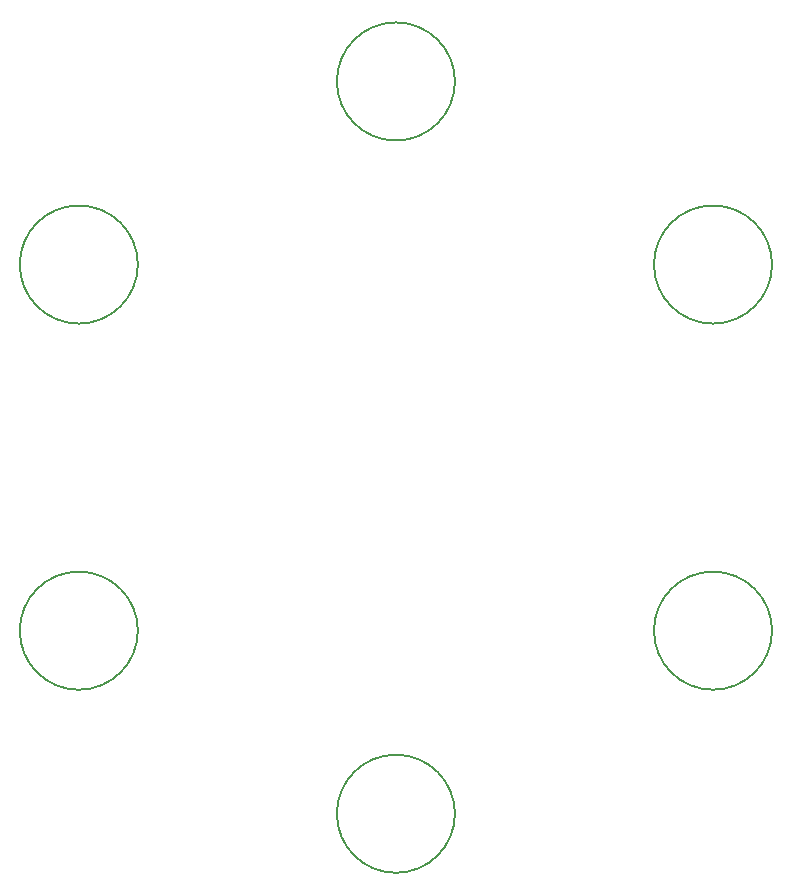
<source format=gbr>
%TF.GenerationSoftware,KiCad,Pcbnew,7.0.2*%
%TF.CreationDate,2023-11-03T12:40:05-06:00*%
%TF.ProjectId,KF40_DB25_Pinheader,4b463430-5f44-4423-9235-5f50696e6865,rev?*%
%TF.SameCoordinates,Original*%
%TF.FileFunction,Other,Comment*%
%FSLAX46Y46*%
G04 Gerber Fmt 4.6, Leading zero omitted, Abs format (unit mm)*
G04 Created by KiCad (PCBNEW 7.0.2) date 2023-11-03 12:40:05*
%MOMM*%
%LPD*%
G01*
G04 APERTURE LIST*
%ADD10C,0.150000*%
G04 APERTURE END LIST*
D10*
%TO.C,H2*%
X31846788Y-15500000D02*
G75*
G03*
X31846788Y-15500000I-5000000J0D01*
G01*
%TO.C,H6*%
X-21846788Y15500000D02*
G75*
G03*
X-21846788Y15500000I-5000000J0D01*
G01*
%TO.C,H4*%
X-21846788Y-15500000D02*
G75*
G03*
X-21846788Y-15500000I-5000000J0D01*
G01*
%TO.C,H1*%
X31846788Y15500000D02*
G75*
G03*
X31846788Y15500000I-5000000J0D01*
G01*
%TO.C,H5*%
X5000000Y31000000D02*
G75*
G03*
X5000000Y31000000I-5000000J0D01*
G01*
%TO.C,H3*%
X5000000Y-31000000D02*
G75*
G03*
X5000000Y-31000000I-5000000J0D01*
G01*
%TD*%
M02*

</source>
